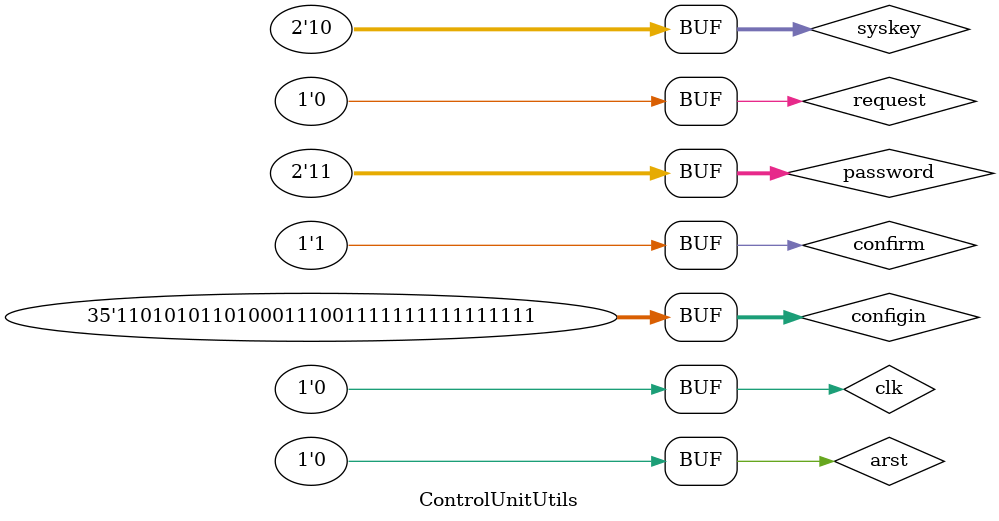
<source format=v>
/*--  *******************************************************
--  Computer Architecture Course, Laboratory Sources 
--  Amirkabir University of Technology (Tehran Polytechnic)
--  Department of Computer Engineering (CE-AUT)
--  https://ce[dot]aut[dot]ac[dot]ir
--  *******************************************************
--  All Rights reserved (C) 2019-2020
--  *******************************************************
--  Student ID  : 
--  Student Name: 
--  Student Mail: 
--  *******************************************************
--  Additional Comments:
--
--*/

/*-----------------------------------------------------------
---  Module Name:  Control Unit Utils
---  Description: Module7:
-----------------------------------------------------------*/
`timescale 1 ns/1 ns
module ControlUnitUtils;
 // Inputs
 reg arst;
 reg clk;
 reg request;
 reg confirm;
 reg [1:0] password;
 reg [1:0] syskey;
 reg [34:0] configin;
 // Outputs
 wire [34:0] configout;
 wire write_en;
 wire [2:0] dbg_state;
 // Instantiate the Unit Under Test (UUT)
 ControlUnit uut (
  .arst(arst), 
  .clk(clk), 
  .request(request), 
  .confirm(confirm), 
  .password(password), 
  .syskey(syskey), 
  .configin(configin), 
  .configout(configout), 
  .write_en(write_en), 
  .dbg_state(dbg_state)
 );
 initial begin
  arst = 1;
  clk = 0;
  #40 arst=0;
  repeat (30)
   #40 clk = ~clk;
   end
 initial begin
  // Initialize Inputs
  request = 0;
  confirm = 0;
  syskey = 2'b10;
  configin = 0;
  #80;//IDLE state
  request = 1'b1;
  #80;// ACTIVE state
  password = 2'b10;
  confirm = 1'b1;
  request = 1'b1;
  #80;//REQUEST state
  confirm = 1'b1;
  request = 1'b1;
  configin = 35'b11010101101000111001010101011001010;
  #80;//STORE state
  password = 2'b11;
  #80;//IDLE state
  request = 1'b1;
  #80;// ACTIVE state
  confirm = 1'b1;
  request = 1'b1;
  #80;//REQUEST state
  confirm = 1'b1;
  request = 1'b1;
  configin = 35'b11010101101000111001111111111111111;
  #80;//STORE state
  #80
  request = 1'b0;
 end
endmodule

</source>
